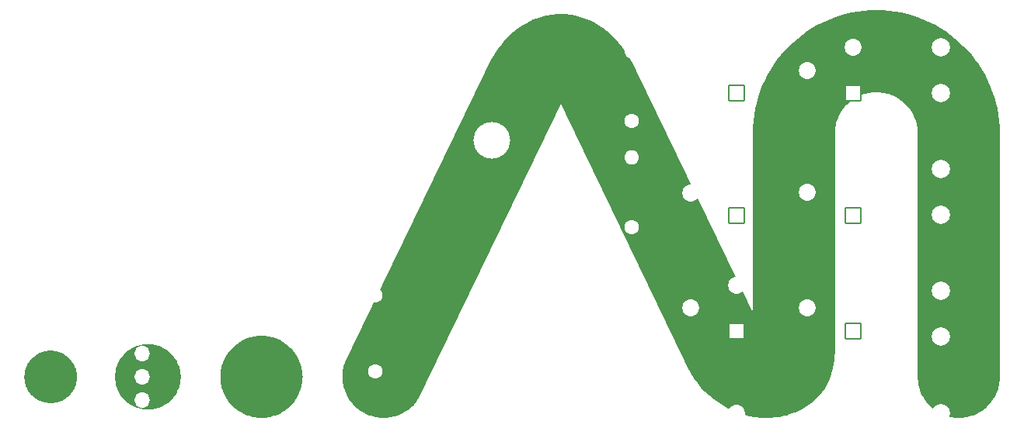
<source format=gbr>
%TF.GenerationSoftware,KiCad,Pcbnew,8.0.8*%
%TF.CreationDate,2025-02-19T17:07:23+00:00*%
%TF.ProjectId,MEMLSensorBoard,4d454d4c-5365-46e7-936f-72426f617264,rev?*%
%TF.SameCoordinates,Original*%
%TF.FileFunction,Legend,Bot*%
%TF.FilePolarity,Positive*%
%FSLAX46Y46*%
G04 Gerber Fmt 4.6, Leading zero omitted, Abs format (unit mm)*
G04 Created by KiCad (PCBNEW 8.0.8) date 2025-02-19 17:07:23*
%MOMM*%
%LPD*%
G01*
G04 APERTURE LIST*
G04 Aperture macros list*
%AMRoundRect*
0 Rectangle with rounded corners*
0 $1 Rounding radius*
0 $2 $3 $4 $5 $6 $7 $8 $9 X,Y pos of 4 corners*
0 Add a 4 corners polygon primitive as box body*
4,1,4,$2,$3,$4,$5,$6,$7,$8,$9,$2,$3,0*
0 Add four circle primitives for the rounded corners*
1,1,$1+$1,$2,$3*
1,1,$1+$1,$4,$5*
1,1,$1+$1,$6,$7*
1,1,$1+$1,$8,$9*
0 Add four rect primitives between the rounded corners*
20,1,$1+$1,$2,$3,$4,$5,0*
20,1,$1+$1,$4,$5,$6,$7,0*
20,1,$1+$1,$6,$7,$8,$9,0*
20,1,$1+$1,$8,$9,$2,$3,0*%
G04 Aperture macros list end*
%ADD10C,0.000000*%
%ADD11RoundRect,0.102000X-0.825000X-0.825000X0.825000X-0.825000X0.825000X0.825000X-0.825000X0.825000X0*%
%ADD12C,1.854000*%
%ADD13C,1.600000*%
%ADD14O,1.600000X1.600000*%
%ADD15C,2.000000*%
%ADD16C,4.000000*%
%ADD17R,1.700000X1.700000*%
%ADD18O,1.700000X1.700000*%
%ADD19C,3.200000*%
%ADD20RoundRect,0.250000X0.600000X-0.600000X0.600000X0.600000X-0.600000X0.600000X-0.600000X-0.600000X0*%
%ADD21C,1.700000*%
G04 APERTURE END LIST*
D10*
G36*
X124794296Y-86000000D02*
G01*
X124939550Y-86011082D01*
X125082728Y-86029329D01*
X125223649Y-86054562D01*
X125362129Y-86086599D01*
X125497986Y-86125259D01*
X125631040Y-86170361D01*
X125761106Y-86221725D01*
X125888004Y-86279169D01*
X126011551Y-86342512D01*
X126131565Y-86411574D01*
X126247863Y-86486172D01*
X126360264Y-86566128D01*
X126468586Y-86651258D01*
X126572645Y-86741382D01*
X126672261Y-86836320D01*
X126767251Y-86935890D01*
X126857432Y-87039911D01*
X126942624Y-87148203D01*
X127022642Y-87260584D01*
X127097306Y-87376873D01*
X127166433Y-87496889D01*
X127229841Y-87620452D01*
X127287348Y-87747380D01*
X127338772Y-87877492D01*
X127383930Y-88010608D01*
X127422640Y-88146545D01*
X127454721Y-88285124D01*
X127479990Y-88426164D01*
X127498264Y-88569482D01*
X127509363Y-88714899D01*
X127513103Y-88862233D01*
X127509369Y-89009382D01*
X127498288Y-89154636D01*
X127480040Y-89297815D01*
X127454808Y-89438736D01*
X127422771Y-89577217D01*
X127384111Y-89713075D01*
X127339009Y-89846129D01*
X127287645Y-89976197D01*
X127230202Y-90103095D01*
X127166859Y-90226643D01*
X127097797Y-90346657D01*
X127023199Y-90462957D01*
X126943244Y-90575358D01*
X126858115Y-90683681D01*
X126767990Y-90787741D01*
X126673053Y-90887358D01*
X126573483Y-90982348D01*
X126469463Y-91072530D01*
X126361171Y-91157722D01*
X126248791Y-91237741D01*
X126132503Y-91312406D01*
X126012487Y-91381534D01*
X125888924Y-91444942D01*
X125761997Y-91502450D01*
X125631885Y-91553874D01*
X125498771Y-91599032D01*
X125362833Y-91637743D01*
X125224255Y-91669824D01*
X125083216Y-91695093D01*
X124939898Y-91713368D01*
X124794482Y-91724466D01*
X124647148Y-91728206D01*
X124499999Y-91724472D01*
X124354744Y-91713391D01*
X124211565Y-91695144D01*
X124070644Y-91669911D01*
X123932163Y-91637874D01*
X123796304Y-91599214D01*
X123663250Y-91554111D01*
X123533183Y-91502747D01*
X123406285Y-91445303D01*
X123282737Y-91381960D01*
X123162723Y-91312899D01*
X123046424Y-91238300D01*
X122934023Y-91158345D01*
X122825701Y-91073214D01*
X122721641Y-90983090D01*
X122622025Y-90888152D01*
X122527035Y-90788582D01*
X122436853Y-90684560D01*
X122351661Y-90576268D01*
X122271643Y-90463887D01*
X122196978Y-90347598D01*
X122127851Y-90227581D01*
X122064443Y-90104018D01*
X122006936Y-89977090D01*
X121955512Y-89846978D01*
X121910354Y-89713862D01*
X121871644Y-89577924D01*
X121839563Y-89439344D01*
X121814294Y-89298305D01*
X121796020Y-89154985D01*
X121784921Y-89009568D01*
X121781181Y-88862233D01*
X121784921Y-88714899D01*
X121796020Y-88569482D01*
X121814295Y-88426164D01*
X121839564Y-88285124D01*
X121871645Y-88146545D01*
X121910355Y-88010608D01*
X121955514Y-87877492D01*
X122006938Y-87747380D01*
X122064445Y-87620452D01*
X122127854Y-87496889D01*
X122196981Y-87376873D01*
X122271646Y-87260584D01*
X122351665Y-87148203D01*
X122436857Y-87039911D01*
X122527039Y-86935890D01*
X122622029Y-86836320D01*
X122721646Y-86741382D01*
X122825706Y-86651258D01*
X122934028Y-86566128D01*
X123046429Y-86486172D01*
X123162728Y-86411574D01*
X123282743Y-86342512D01*
X123406290Y-86279169D01*
X123533188Y-86221725D01*
X123663255Y-86170361D01*
X123796309Y-86125259D01*
X123932167Y-86086599D01*
X124070647Y-86054562D01*
X124211568Y-86029329D01*
X124354746Y-86011082D01*
X124500000Y-86000000D01*
X124647148Y-85996266D01*
X124794296Y-86000000D01*
G37*
G36*
X215310300Y-48845167D02*
G01*
X215993456Y-48897285D01*
X216666794Y-48983105D01*
X217329461Y-49101775D01*
X217980606Y-49252442D01*
X218619374Y-49434252D01*
X219244912Y-49646352D01*
X219856368Y-49887889D01*
X220452889Y-50158011D01*
X221033621Y-50455864D01*
X221597711Y-50780596D01*
X222144307Y-51131352D01*
X222672555Y-51507281D01*
X223181602Y-51907528D01*
X223670596Y-52331242D01*
X224138682Y-52777568D01*
X224585009Y-53245655D01*
X225008723Y-53734648D01*
X225408970Y-54243695D01*
X225784899Y-54771943D01*
X226135655Y-55318539D01*
X226460387Y-55882629D01*
X226758240Y-56463361D01*
X227028362Y-57059881D01*
X227269899Y-57671337D01*
X227481999Y-58296876D01*
X227663809Y-58935643D01*
X227814476Y-59586788D01*
X227933146Y-60249455D01*
X228018966Y-60922793D01*
X228071084Y-61605948D01*
X228088646Y-62298067D01*
X228088646Y-88855886D01*
X228082808Y-89085871D01*
X228065485Y-89312881D01*
X228036958Y-89536633D01*
X227997514Y-89756842D01*
X227947434Y-89973225D01*
X227887002Y-90185498D01*
X227816503Y-90393378D01*
X227736221Y-90596580D01*
X227646438Y-90794821D01*
X227547438Y-90987818D01*
X227439506Y-91175286D01*
X227322925Y-91356942D01*
X227197978Y-91532502D01*
X227064950Y-91701683D01*
X226924123Y-91864201D01*
X226775783Y-92019772D01*
X226620212Y-92168112D01*
X226457694Y-92308938D01*
X226288513Y-92441966D01*
X226112952Y-92566913D01*
X225931296Y-92683494D01*
X225743827Y-92791426D01*
X225550831Y-92890425D01*
X225352589Y-92980207D01*
X225149387Y-93060490D01*
X224941508Y-93130988D01*
X224729235Y-93191419D01*
X224512852Y-93241499D01*
X224292643Y-93280944D01*
X224068892Y-93309470D01*
X223841882Y-93326794D01*
X223611897Y-93332631D01*
X223381912Y-93326794D01*
X223154902Y-93309470D01*
X222931151Y-93280944D01*
X222710942Y-93241499D01*
X222494559Y-93191419D01*
X222282286Y-93130988D01*
X222074406Y-93060490D01*
X221871204Y-92980207D01*
X221672963Y-92890425D01*
X221479966Y-92791426D01*
X221292498Y-92683494D01*
X221110841Y-92566913D01*
X220935281Y-92441966D01*
X220766100Y-92308938D01*
X220603582Y-92168112D01*
X220448011Y-92019772D01*
X220299670Y-91864201D01*
X220158844Y-91701683D01*
X220025816Y-91532502D01*
X219900869Y-91356942D01*
X219784288Y-91175286D01*
X219676356Y-90987818D01*
X219577356Y-90794821D01*
X219487574Y-90596580D01*
X219407291Y-90393378D01*
X219336792Y-90185498D01*
X219276361Y-89973225D01*
X219226281Y-89756842D01*
X219186836Y-89536633D01*
X219158310Y-89312881D01*
X219140986Y-89085871D01*
X219135149Y-88855886D01*
X219135149Y-62300191D01*
X219129262Y-62068042D01*
X219111791Y-61838906D01*
X219083023Y-61613071D01*
X219043243Y-61390821D01*
X218992737Y-61172442D01*
X218931789Y-60958220D01*
X218860686Y-60748440D01*
X218779714Y-60543389D01*
X218689158Y-60343351D01*
X218589304Y-60148612D01*
X218480436Y-59959459D01*
X218362842Y-59776175D01*
X218236807Y-59599049D01*
X218102616Y-59428364D01*
X217960555Y-59264406D01*
X217810909Y-59107462D01*
X217653965Y-58957816D01*
X217490008Y-58815755D01*
X217319323Y-58681564D01*
X217142196Y-58555529D01*
X216958913Y-58437935D01*
X216769759Y-58329068D01*
X216575021Y-58229214D01*
X216374983Y-58138658D01*
X216169932Y-58057685D01*
X215960152Y-57986583D01*
X215745931Y-57925635D01*
X215527552Y-57875129D01*
X215305303Y-57835348D01*
X215079468Y-57806581D01*
X214850333Y-57789110D01*
X214618184Y-57783223D01*
X214386035Y-57789110D01*
X214156900Y-57806581D01*
X213931065Y-57835349D01*
X213708815Y-57875129D01*
X213490436Y-57925636D01*
X213276215Y-57986583D01*
X213066435Y-58057686D01*
X212861384Y-58138658D01*
X212661346Y-58229215D01*
X212466607Y-58329069D01*
X212277454Y-58437936D01*
X212094171Y-58555531D01*
X211917044Y-58681566D01*
X211746359Y-58815757D01*
X211582402Y-58957818D01*
X211425457Y-59107464D01*
X211275812Y-59264409D01*
X211133751Y-59428366D01*
X210999560Y-59599051D01*
X210873525Y-59776178D01*
X210755931Y-59959461D01*
X210647064Y-60148615D01*
X210547210Y-60343354D01*
X210456653Y-60543391D01*
X210375681Y-60748443D01*
X210304579Y-60958222D01*
X210243631Y-61172444D01*
X210193125Y-61390823D01*
X210153345Y-61613072D01*
X210124576Y-61838907D01*
X210107106Y-62068042D01*
X210101219Y-62300191D01*
X210101219Y-86231221D01*
X210095214Y-86537956D01*
X210077312Y-86840872D01*
X210047685Y-87139749D01*
X210006502Y-87434363D01*
X209890157Y-88009920D01*
X209729644Y-88565771D01*
X209526331Y-89100140D01*
X209281584Y-89611255D01*
X208996772Y-90097342D01*
X208673261Y-90556628D01*
X208312420Y-90987339D01*
X207915614Y-91387701D01*
X207484213Y-91755941D01*
X207019583Y-92090286D01*
X206523091Y-92388961D01*
X205996105Y-92650194D01*
X205721604Y-92766215D01*
X205439992Y-92872210D01*
X205151441Y-92967958D01*
X204856120Y-93053237D01*
X204591942Y-93119513D01*
X204325036Y-93177032D01*
X204055648Y-93225770D01*
X203784029Y-93265702D01*
X203510425Y-93296802D01*
X203235084Y-93319047D01*
X202958255Y-93332413D01*
X202680186Y-93336873D01*
X202058692Y-93314686D01*
X201441039Y-93248969D01*
X200829383Y-93140992D01*
X200225878Y-92992021D01*
X199632679Y-92803326D01*
X199051942Y-92576175D01*
X198485820Y-92311835D01*
X197936470Y-92011574D01*
X197406046Y-91676662D01*
X196896702Y-91308365D01*
X196410595Y-90907953D01*
X195949878Y-90476693D01*
X195516706Y-90015853D01*
X195113236Y-89526702D01*
X194741620Y-89010508D01*
X194404015Y-88468538D01*
X194363169Y-88396339D01*
X194343107Y-88359706D01*
X194323318Y-88322750D01*
X194303826Y-88285498D01*
X194284658Y-88247973D01*
X194265836Y-88210201D01*
X194247386Y-88172206D01*
X180230821Y-59046874D01*
X164950603Y-90794753D01*
X164848845Y-90993600D01*
X164738208Y-91185980D01*
X164618939Y-91371675D01*
X164491286Y-91550468D01*
X164355497Y-91722142D01*
X164211820Y-91886481D01*
X164060504Y-92043266D01*
X163901795Y-92192282D01*
X163735943Y-92333310D01*
X163563195Y-92466134D01*
X163383800Y-92590538D01*
X163198004Y-92706303D01*
X163006058Y-92813212D01*
X162808207Y-92911050D01*
X162604701Y-92999598D01*
X162395787Y-93078640D01*
X162183291Y-93147076D01*
X161969089Y-93204757D01*
X161753511Y-93251692D01*
X161536884Y-93287889D01*
X161319537Y-93313358D01*
X161101800Y-93328108D01*
X160884001Y-93332150D01*
X160666468Y-93325491D01*
X160449531Y-93308141D01*
X160233517Y-93280110D01*
X160018757Y-93241407D01*
X159805577Y-93192042D01*
X159594308Y-93132022D01*
X159385278Y-93061359D01*
X159178815Y-92980060D01*
X158975249Y-92888137D01*
X158776401Y-92786379D01*
X158584022Y-92675742D01*
X158398327Y-92556473D01*
X158219535Y-92428820D01*
X158047861Y-92293031D01*
X157883523Y-92149354D01*
X157726737Y-91998037D01*
X157577722Y-91839329D01*
X157436694Y-91673477D01*
X157303870Y-91500729D01*
X157179467Y-91321334D01*
X157063701Y-91135538D01*
X156956791Y-90943591D01*
X156858954Y-90745741D01*
X156770405Y-90542235D01*
X156691362Y-90333321D01*
X156622599Y-90120825D01*
X156564723Y-89906623D01*
X156517705Y-89691045D01*
X156481516Y-89474418D01*
X156456131Y-89257073D01*
X156441519Y-89039336D01*
X156437654Y-88821537D01*
X156444508Y-88604005D01*
X156462053Y-88387068D01*
X156490261Y-88171055D01*
X156529103Y-87956295D01*
X156578553Y-87743116D01*
X156638582Y-87531848D01*
X156709162Y-87322818D01*
X156790266Y-87116355D01*
X156881865Y-86912789D01*
X172526146Y-54413488D01*
X172563422Y-54338874D01*
X172602085Y-54264262D01*
X172641938Y-54189649D01*
X172682780Y-54115038D01*
X173028486Y-53551537D01*
X173395787Y-53019559D01*
X173783658Y-52519772D01*
X174191071Y-52052842D01*
X174617001Y-51619435D01*
X175060421Y-51220219D01*
X175520306Y-50855859D01*
X175995628Y-50527023D01*
X176485362Y-50234377D01*
X176735313Y-50101834D01*
X176988482Y-49978588D01*
X177244740Y-49864722D01*
X177503960Y-49760321D01*
X177766013Y-49665468D01*
X178030771Y-49580245D01*
X178298105Y-49504736D01*
X178567888Y-49439025D01*
X178839991Y-49383195D01*
X179114285Y-49337329D01*
X179390643Y-49301510D01*
X179668936Y-49275822D01*
X179949036Y-49260348D01*
X180230815Y-49255171D01*
X180776498Y-49274835D01*
X181315908Y-49333401D01*
X181848032Y-49430235D01*
X182371855Y-49564701D01*
X182886364Y-49736163D01*
X183390545Y-49943986D01*
X183883385Y-50187533D01*
X184363868Y-50466170D01*
X184830982Y-50779260D01*
X185283712Y-51126169D01*
X185721045Y-51506260D01*
X186141967Y-51918897D01*
X186545464Y-52363446D01*
X186930521Y-52839271D01*
X187296126Y-53345735D01*
X187641264Y-53882204D01*
X187682457Y-53947622D01*
X187721962Y-54012247D01*
X187759880Y-54076276D01*
X187796310Y-54139908D01*
X187831350Y-54203342D01*
X187865101Y-54266777D01*
X187897662Y-54330409D01*
X187929131Y-54394439D01*
X201147716Y-81860299D01*
X201147716Y-62298067D01*
X201165278Y-61605948D01*
X201217396Y-60922793D01*
X201303216Y-60249455D01*
X201421886Y-59586788D01*
X201572552Y-58935643D01*
X201754362Y-58296876D01*
X201966462Y-57671337D01*
X202208000Y-57059881D01*
X202478122Y-56463361D01*
X202775975Y-55882629D01*
X203100706Y-55318539D01*
X203451462Y-54771943D01*
X203827391Y-54243695D01*
X204227638Y-53734648D01*
X204651352Y-53245655D01*
X205097678Y-52777568D01*
X205565765Y-52331242D01*
X206054758Y-51907528D01*
X206563805Y-51507281D01*
X207092053Y-51131352D01*
X207638649Y-50780596D01*
X208202739Y-50455864D01*
X208783471Y-50158011D01*
X209379992Y-49887889D01*
X209991448Y-49646352D01*
X210616987Y-49434252D01*
X211255755Y-49252442D01*
X211906900Y-49101775D01*
X212569567Y-48983105D01*
X213242906Y-48897285D01*
X213926061Y-48845167D01*
X214618181Y-48827605D01*
X215310300Y-48845167D01*
G37*
G36*
X135422971Y-85285500D02*
G01*
X135604612Y-85299355D01*
X135783641Y-85322171D01*
X135959832Y-85353719D01*
X136132958Y-85393774D01*
X136302793Y-85442109D01*
X136469109Y-85498497D01*
X136631680Y-85562711D01*
X136790279Y-85634525D01*
X136944679Y-85713711D01*
X137094654Y-85800044D01*
X137239977Y-85893296D01*
X137380421Y-85993240D01*
X137515760Y-86099650D01*
X137645766Y-86212300D01*
X137770213Y-86330962D01*
X137888875Y-86455410D01*
X138001524Y-86585416D01*
X138107934Y-86720755D01*
X138207879Y-86861200D01*
X138301130Y-87006523D01*
X138387463Y-87156498D01*
X138466649Y-87310899D01*
X138538462Y-87469498D01*
X138602676Y-87632069D01*
X138659064Y-87798385D01*
X138707398Y-87968220D01*
X138747453Y-88141346D01*
X138779002Y-88317537D01*
X138801817Y-88496567D01*
X138815673Y-88678208D01*
X138820342Y-88862233D01*
X138815673Y-89046258D01*
X138801817Y-89227899D01*
X138779001Y-89406928D01*
X138747453Y-89583119D01*
X138707398Y-89756245D01*
X138659063Y-89926079D01*
X138602675Y-90092395D01*
X138538460Y-90254966D01*
X138466647Y-90413565D01*
X138387460Y-90567966D01*
X138301127Y-90717941D01*
X138207875Y-90863264D01*
X138107931Y-91003709D01*
X138001520Y-91139048D01*
X137888871Y-91269055D01*
X137770209Y-91393502D01*
X137645761Y-91512164D01*
X137515755Y-91624814D01*
X137380416Y-91731225D01*
X137239972Y-91831169D01*
X137094648Y-91924422D01*
X136944674Y-92010754D01*
X136790273Y-92089941D01*
X136631674Y-92161755D01*
X136469104Y-92225969D01*
X136302788Y-92282357D01*
X136132954Y-92330692D01*
X135959829Y-92370747D01*
X135783638Y-92402296D01*
X135604610Y-92425111D01*
X135422970Y-92438967D01*
X135238945Y-92443636D01*
X135054919Y-92438967D01*
X134873279Y-92425111D01*
X134694249Y-92402296D01*
X134518058Y-92370747D01*
X134344932Y-92330692D01*
X134175097Y-92282357D01*
X134008781Y-92225970D01*
X133846211Y-92161755D01*
X133687612Y-92089942D01*
X133533211Y-92010755D01*
X133383236Y-91924423D01*
X133237913Y-91831171D01*
X133097469Y-91731227D01*
X132962131Y-91624816D01*
X132832124Y-91512167D01*
X132707677Y-91393505D01*
X132589015Y-91269057D01*
X132476366Y-91139050D01*
X132369956Y-91003711D01*
X132270012Y-90863267D01*
X132176760Y-90717944D01*
X132090428Y-90567969D01*
X132011241Y-90413568D01*
X131939428Y-90254969D01*
X131875214Y-90092398D01*
X131818827Y-89926082D01*
X131770492Y-89756247D01*
X131730437Y-89583121D01*
X131698888Y-89406929D01*
X131676073Y-89227900D01*
X131662217Y-89046259D01*
X131657549Y-88862233D01*
X131662217Y-88678208D01*
X131676073Y-88496567D01*
X131698888Y-88317537D01*
X131730437Y-88141346D01*
X131770492Y-87968220D01*
X131818827Y-87798385D01*
X131875214Y-87632069D01*
X131939428Y-87469498D01*
X132011241Y-87310899D01*
X132090428Y-87156498D01*
X132176760Y-87006523D01*
X132270012Y-86861200D01*
X132369956Y-86720755D01*
X132476366Y-86585416D01*
X132589015Y-86455410D01*
X132707677Y-86330962D01*
X132832124Y-86212300D01*
X132962131Y-86099650D01*
X133097469Y-85993240D01*
X133237913Y-85893296D01*
X133383236Y-85800044D01*
X133533211Y-85713711D01*
X133687612Y-85634525D01*
X133846211Y-85562711D01*
X134008781Y-85498497D01*
X134175097Y-85442109D01*
X134344932Y-85393774D01*
X134518058Y-85353719D01*
X134694249Y-85322171D01*
X134873279Y-85299355D01*
X135054919Y-85285500D01*
X135238945Y-85280831D01*
X135422971Y-85285500D01*
G37*
G36*
X147855673Y-84389207D02*
G01*
X148082683Y-84406531D01*
X148306434Y-84435057D01*
X148526643Y-84474502D01*
X148743026Y-84524582D01*
X148955299Y-84585013D01*
X149163179Y-84655512D01*
X149366382Y-84735795D01*
X149564623Y-84825577D01*
X149757620Y-84924577D01*
X149945089Y-85032509D01*
X150126746Y-85149090D01*
X150302307Y-85274037D01*
X150471488Y-85407065D01*
X150634007Y-85547891D01*
X150789578Y-85696231D01*
X150937919Y-85851802D01*
X151078746Y-86014320D01*
X151211775Y-86183501D01*
X151336722Y-86359062D01*
X151453304Y-86540718D01*
X151561236Y-86728186D01*
X151660236Y-86921183D01*
X151750019Y-87119424D01*
X151830302Y-87322626D01*
X151900802Y-87530505D01*
X151961233Y-87742778D01*
X152011313Y-87959161D01*
X152050758Y-88179369D01*
X152079285Y-88403121D01*
X152096608Y-88630131D01*
X152102446Y-88860115D01*
X152096608Y-89090101D01*
X152079285Y-89317111D01*
X152050759Y-89540863D01*
X152011314Y-89761072D01*
X151961234Y-89977455D01*
X151900803Y-90189728D01*
X151830304Y-90397608D01*
X151750021Y-90600810D01*
X151660238Y-90799052D01*
X151561239Y-90992049D01*
X151453307Y-91179517D01*
X151336725Y-91361174D01*
X151211778Y-91536734D01*
X151078750Y-91705916D01*
X150937924Y-91868434D01*
X150789583Y-92024005D01*
X150634012Y-92172345D01*
X150471493Y-92313172D01*
X150302312Y-92446200D01*
X150126751Y-92571146D01*
X149945094Y-92687728D01*
X149757626Y-92795660D01*
X149564629Y-92894659D01*
X149366387Y-92984442D01*
X149163184Y-93064725D01*
X148955304Y-93135224D01*
X148743030Y-93195655D01*
X148526647Y-93245735D01*
X148306437Y-93285180D01*
X148082685Y-93313706D01*
X147855674Y-93331029D01*
X147625688Y-93336867D01*
X147395703Y-93331029D01*
X147168693Y-93313706D01*
X146944942Y-93285180D01*
X146724733Y-93245735D01*
X146508350Y-93195655D01*
X146296077Y-93135224D01*
X146088197Y-93064725D01*
X145884995Y-92984442D01*
X145686753Y-92894659D01*
X145493756Y-92795660D01*
X145306287Y-92687728D01*
X145124631Y-92571146D01*
X144949070Y-92446200D01*
X144779888Y-92313172D01*
X144617370Y-92172345D01*
X144461798Y-92024005D01*
X144313457Y-91868434D01*
X144172630Y-91705916D01*
X144039602Y-91536734D01*
X143914654Y-91361174D01*
X143798073Y-91179517D01*
X143690140Y-90992049D01*
X143591140Y-90799052D01*
X143501357Y-90600810D01*
X143421074Y-90397608D01*
X143350575Y-90189728D01*
X143290143Y-89977455D01*
X143240063Y-89761072D01*
X143200618Y-89540863D01*
X143172092Y-89317111D01*
X143154768Y-89090101D01*
X143148930Y-88860115D01*
X143154768Y-88630131D01*
X143172092Y-88403121D01*
X143200618Y-88179369D01*
X143240063Y-87959161D01*
X143290143Y-87742778D01*
X143350574Y-87530505D01*
X143421073Y-87322626D01*
X143501355Y-87119424D01*
X143591138Y-86921183D01*
X143690138Y-86728186D01*
X143798070Y-86540718D01*
X143914651Y-86359062D01*
X144039598Y-86183501D01*
X144172626Y-86014320D01*
X144313453Y-85851802D01*
X144461794Y-85696231D01*
X144617365Y-85547891D01*
X144779883Y-85407065D01*
X144949065Y-85274037D01*
X145124625Y-85149090D01*
X145306282Y-85032509D01*
X145493751Y-84924577D01*
X145686748Y-84825577D01*
X145884990Y-84735795D01*
X146088192Y-84655512D01*
X146296072Y-84585013D01*
X146508346Y-84524582D01*
X146724730Y-84474502D01*
X146944939Y-84435057D01*
X147168691Y-84406531D01*
X147395702Y-84389207D01*
X147625688Y-84383370D01*
X147855673Y-84389207D01*
G37*
%LPC*%
D11*
%TO.C,RV11*%
X212050000Y-97828998D03*
D12*
X207050000Y-95328998D03*
X212050000Y-92828998D03*
%TD*%
D11*
%TO.C,RV5*%
X212050000Y-57902996D03*
D12*
X207050000Y-55402996D03*
X212050000Y-52902996D03*
%TD*%
D13*
%TO.C,C7*%
X177800000Y-88265000D03*
X172800000Y-88265000D03*
%TD*%
%TO.C,R3*%
X187960000Y-46512996D03*
D14*
X187960000Y-38892996D03*
%TD*%
D13*
%TO.C,C6*%
X155020000Y-88265000D03*
X160020000Y-88265000D03*
%TD*%
D15*
%TO.C,J9*%
X221615000Y-124460000D03*
X221615000Y-119458998D03*
%TD*%
D16*
%TO.C,U1*%
X142720000Y-33020000D03*
X142720000Y-63020000D03*
X172720000Y-33020000D03*
X172720000Y-63020000D03*
D17*
X148845000Y-26520000D03*
D18*
X151385000Y-26520000D03*
X153925000Y-26520000D03*
X156465000Y-26520000D03*
X159005000Y-26520000D03*
X161545000Y-26520000D03*
X164085000Y-26520000D03*
X166625000Y-26520000D03*
%TD*%
D11*
%TO.C,RV13*%
X212050000Y-111163998D03*
D12*
X207050000Y-108663998D03*
X212050000Y-106163998D03*
%TD*%
D19*
%TO.C,REF\u002A\u002A*%
X119380000Y-124460000D03*
%TD*%
D13*
%TO.C,C5*%
X160020000Y-80010000D03*
X155020000Y-80010000D03*
%TD*%
D15*
%TO.C,J5*%
X221615000Y-71198998D03*
X221615000Y-66197996D03*
%TD*%
D13*
%TO.C,R7*%
X187960000Y-72547996D03*
D14*
X187960000Y-64927996D03*
%TD*%
D11*
%TO.C,RV1*%
X212090000Y-32502996D03*
D12*
X207090000Y-30002996D03*
X212090000Y-27502996D03*
%TD*%
D15*
%TO.C,J2*%
X221615000Y-32503497D03*
X221615000Y-27502495D03*
%TD*%
%TO.C,J7*%
X221615000Y-97829499D03*
X221615000Y-92828497D03*
%TD*%
D11*
%TO.C,RV12*%
X199350000Y-97828998D03*
D12*
X194350000Y-95328998D03*
X199350000Y-92828998D03*
%TD*%
D17*
%TO.C,J1*%
X134620000Y-38100000D03*
D18*
X134620000Y-40640000D03*
X134620000Y-43180000D03*
X134620000Y-45720000D03*
X134620000Y-48260000D03*
X134620000Y-50800000D03*
X134620000Y-53340000D03*
X134620000Y-55880000D03*
X134620000Y-58420000D03*
X134620000Y-60960000D03*
X134620000Y-63500000D03*
X134620000Y-66040000D03*
X134620000Y-68580000D03*
X134620000Y-71120000D03*
X134620000Y-73660000D03*
X134620000Y-76200000D03*
X134620000Y-78740000D03*
X134620000Y-81280000D03*
X134620000Y-83820000D03*
X134620000Y-86360000D03*
X134620000Y-88900000D03*
X134620000Y-91440000D03*
X134620000Y-93980000D03*
X134620000Y-96520000D03*
X134620000Y-99060000D03*
X134620000Y-101600000D03*
X134620000Y-104140000D03*
X134620000Y-106680000D03*
X134620000Y-109220000D03*
X134620000Y-111760000D03*
X134620000Y-114300000D03*
X134620000Y-116840000D03*
X134620000Y-119380000D03*
X134620000Y-121920000D03*
X134620000Y-124460000D03*
%TD*%
D13*
%TO.C,C8*%
X177800000Y-79375000D03*
X172800000Y-79375000D03*
%TD*%
D11*
%TO.C,RV8*%
X199390000Y-71277996D03*
D12*
X194390000Y-68777996D03*
X199390000Y-66277996D03*
%TD*%
D13*
%TO.C,R13*%
X187960000Y-111838998D03*
D14*
X187960000Y-104218998D03*
%TD*%
D19*
%TO.C,REF\u002A\u002A*%
X230505000Y-123825000D03*
%TD*%
D13*
%TO.C,C9*%
X153710000Y-100965000D03*
X158710000Y-100965000D03*
%TD*%
%TO.C,C11*%
X177760000Y-113030000D03*
X172760000Y-113030000D03*
%TD*%
%TO.C,R9*%
X187960000Y-85168998D03*
D14*
X187960000Y-77548998D03*
%TD*%
D20*
%TO.C,J10*%
X142875000Y-123190000D03*
D21*
X142875000Y-120650000D03*
X145415000Y-123190000D03*
X145415000Y-120650000D03*
X147954999Y-123190000D03*
X147955000Y-120650000D03*
X150495000Y-123190000D03*
X150495000Y-120650000D03*
%TD*%
D11*
%TO.C,RV9*%
X212050000Y-83858998D03*
D12*
X207050000Y-81358998D03*
X212050000Y-78858998D03*
%TD*%
D15*
%TO.C,J8*%
X221615000Y-111164499D03*
X221615000Y-106163497D03*
%TD*%
D13*
%TO.C,C10*%
X158710000Y-108585000D03*
X153710000Y-108585000D03*
%TD*%
D11*
%TO.C,RV7*%
X212050000Y-71237996D03*
D12*
X207050000Y-68737996D03*
X212050000Y-66237996D03*
%TD*%
D11*
%TO.C,RV3*%
X212090000Y-45202996D03*
D12*
X207090000Y-42702996D03*
X212090000Y-40202996D03*
%TD*%
D11*
%TO.C,RV6*%
X199350000Y-57902996D03*
D12*
X194350000Y-55402996D03*
X199350000Y-52902996D03*
%TD*%
D13*
%TO.C,R1*%
X187960000Y-33812996D03*
D14*
X187960000Y-26192996D03*
%TD*%
D11*
%TO.C,RV10*%
X199350000Y-83858998D03*
D12*
X194350000Y-81358998D03*
X199350000Y-78858998D03*
%TD*%
D11*
%TO.C,RV4*%
X199350000Y-45202996D03*
D12*
X194350000Y-42702996D03*
X199350000Y-40202996D03*
%TD*%
D11*
%TO.C,RV16*%
X198755000Y-124538998D03*
D12*
X193755000Y-122038998D03*
X198755000Y-119538998D03*
%TD*%
D11*
%TO.C,RV14*%
X199350000Y-111163998D03*
D12*
X194350000Y-108663998D03*
X199350000Y-106163998D03*
%TD*%
D13*
%TO.C,R11*%
X187960000Y-98503998D03*
D14*
X187960000Y-90883998D03*
%TD*%
D17*
%TO.C,J12*%
X127635000Y-26670000D03*
D18*
X130175000Y-26670000D03*
X132714999Y-26670000D03*
X135255000Y-26670000D03*
%TD*%
D11*
%TO.C,RV15*%
X212090000Y-124538998D03*
D12*
X207090000Y-122038998D03*
X212090000Y-119538998D03*
%TD*%
D13*
%TO.C,R15*%
X187960000Y-125730000D03*
D14*
X187960000Y-118110000D03*
%TD*%
D15*
%TO.C,J3*%
X221397000Y-44701497D03*
X221397000Y-39700495D03*
%TD*%
D20*
%TO.C,J11*%
X162560000Y-123307500D03*
D21*
X162560000Y-120767500D03*
X165100000Y-123307500D03*
X165100000Y-120767500D03*
X167640000Y-123307500D03*
X167640000Y-120767500D03*
X170180000Y-123307500D03*
X170180000Y-120767500D03*
X172720000Y-123307500D03*
X172720000Y-120767500D03*
X175260000Y-123307500D03*
X175260000Y-120767500D03*
X177800000Y-123307500D03*
X177800000Y-120767500D03*
X180340000Y-123307500D03*
X180340000Y-120767500D03*
%TD*%
D13*
%TO.C,R5*%
X187960000Y-60960000D03*
D14*
X187960000Y-53340000D03*
%TD*%
D13*
%TO.C,C12*%
X177760000Y-103505000D03*
X172760000Y-103505000D03*
%TD*%
D19*
%TO.C,REF\u002A\u002A*%
X120015000Y-27305000D03*
%TD*%
%TO.C,REF\u002A\u002A*%
X180975000Y-27305000D03*
%TD*%
D15*
%TO.C,J6*%
X221615000Y-84494499D03*
X221615000Y-79493497D03*
%TD*%
D11*
%TO.C,RV2*%
X199350000Y-32502996D03*
D12*
X194350000Y-30002996D03*
X199350000Y-27502996D03*
%TD*%
D19*
%TO.C,REF\u002A\u002A*%
X229870000Y-27940000D03*
%TD*%
D15*
%TO.C,J4*%
X221615000Y-57903497D03*
X221615000Y-52902495D03*
%TD*%
%LPD*%
M02*

</source>
